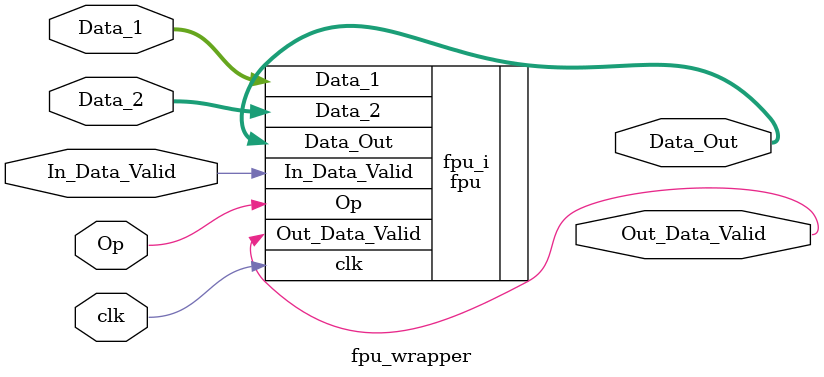
<source format=v>
`timescale 1 ps / 1 ps

module fpu_wrapper
   (Data_1,
    Data_2,
    Data_Out,
    In_Data_Valid,
    Op,
    Out_Data_Valid,
    clk);
  input [31:0]Data_1;
  input [31:0]Data_2;
  output [31:0]Data_Out;
  input In_Data_Valid;
  input Op;
  output Out_Data_Valid;
  input clk;

  wire [31:0]Data_1;
  wire [31:0]Data_2;
  wire [31:0]Data_Out;
  wire In_Data_Valid;
  wire Op;
  wire Out_Data_Valid;
  wire clk;

  fpu fpu_i
       (.Data_1(Data_1),
        .Data_2(Data_2),
        .Data_Out(Data_Out),
        .In_Data_Valid(In_Data_Valid),
        .Op(Op),
        .Out_Data_Valid(Out_Data_Valid),
        .clk(clk));
endmodule

</source>
